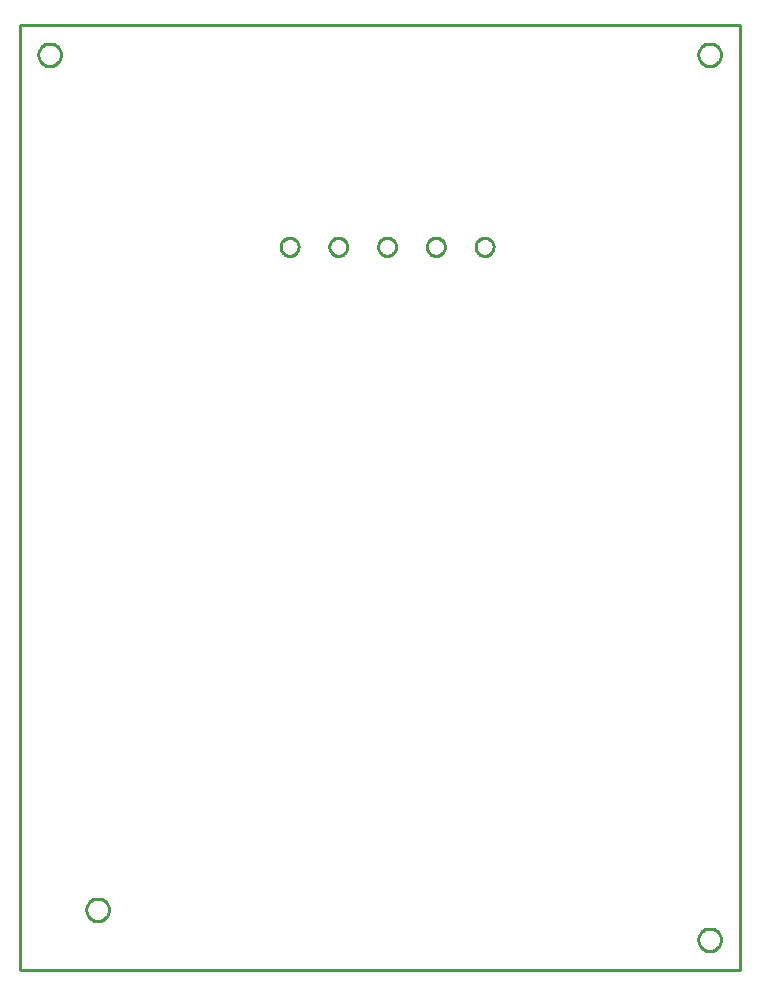
<source format=gbr>
G04 EAGLE Gerber RS-274X export*
G75*
%MOMM*%
%FSLAX34Y34*%
%LPD*%
%IN*%
%IPPOS*%
%AMOC8*
5,1,8,0,0,1.08239X$1,22.5*%
G01*
%ADD10C,0.254000*%


D10*
X38100Y25400D02*
X647700Y25400D01*
X647700Y825500D01*
X38100Y825500D01*
X38100Y25400D01*
X73025Y799684D02*
X72953Y798856D01*
X72808Y798036D01*
X72593Y797233D01*
X72308Y796451D01*
X71957Y795698D01*
X71541Y794977D01*
X71064Y794296D01*
X70529Y793659D01*
X69941Y793071D01*
X69304Y792536D01*
X68623Y792059D01*
X67902Y791643D01*
X67149Y791292D01*
X66367Y791007D01*
X65564Y790792D01*
X64744Y790648D01*
X63916Y790575D01*
X63084Y790575D01*
X62256Y790648D01*
X61436Y790792D01*
X60633Y791007D01*
X59851Y791292D01*
X59098Y791643D01*
X58377Y792059D01*
X57696Y792536D01*
X57059Y793071D01*
X56471Y793659D01*
X55936Y794296D01*
X55459Y794977D01*
X55043Y795698D01*
X54692Y796451D01*
X54407Y797233D01*
X54192Y798036D01*
X54048Y798856D01*
X53975Y799684D01*
X53975Y800516D01*
X54048Y801344D01*
X54192Y802164D01*
X54407Y802967D01*
X54692Y803749D01*
X55043Y804502D01*
X55459Y805223D01*
X55936Y805904D01*
X56471Y806541D01*
X57059Y807129D01*
X57696Y807664D01*
X58377Y808141D01*
X59098Y808557D01*
X59851Y808908D01*
X60633Y809193D01*
X61436Y809408D01*
X62256Y809553D01*
X63084Y809625D01*
X63916Y809625D01*
X64744Y809553D01*
X65564Y809408D01*
X66367Y809193D01*
X67149Y808908D01*
X67902Y808557D01*
X68623Y808141D01*
X69304Y807664D01*
X69941Y807129D01*
X70529Y806541D01*
X71064Y805904D01*
X71541Y805223D01*
X71957Y804502D01*
X72308Y803749D01*
X72593Y802967D01*
X72808Y802164D01*
X72953Y801344D01*
X73025Y800516D01*
X73025Y799684D01*
X631825Y799684D02*
X631753Y798856D01*
X631608Y798036D01*
X631393Y797233D01*
X631108Y796451D01*
X630757Y795698D01*
X630341Y794977D01*
X629864Y794296D01*
X629329Y793659D01*
X628741Y793071D01*
X628104Y792536D01*
X627423Y792059D01*
X626702Y791643D01*
X625949Y791292D01*
X625167Y791007D01*
X624364Y790792D01*
X623544Y790648D01*
X622716Y790575D01*
X621884Y790575D01*
X621056Y790648D01*
X620236Y790792D01*
X619433Y791007D01*
X618651Y791292D01*
X617898Y791643D01*
X617177Y792059D01*
X616496Y792536D01*
X615859Y793071D01*
X615271Y793659D01*
X614736Y794296D01*
X614259Y794977D01*
X613843Y795698D01*
X613492Y796451D01*
X613207Y797233D01*
X612992Y798036D01*
X612848Y798856D01*
X612775Y799684D01*
X612775Y800516D01*
X612848Y801344D01*
X612992Y802164D01*
X613207Y802967D01*
X613492Y803749D01*
X613843Y804502D01*
X614259Y805223D01*
X614736Y805904D01*
X615271Y806541D01*
X615859Y807129D01*
X616496Y807664D01*
X617177Y808141D01*
X617898Y808557D01*
X618651Y808908D01*
X619433Y809193D01*
X620236Y809408D01*
X621056Y809553D01*
X621884Y809625D01*
X622716Y809625D01*
X623544Y809553D01*
X624364Y809408D01*
X625167Y809193D01*
X625949Y808908D01*
X626702Y808557D01*
X627423Y808141D01*
X628104Y807664D01*
X628741Y807129D01*
X629329Y806541D01*
X629864Y805904D01*
X630341Y805223D01*
X630757Y804502D01*
X631108Y803749D01*
X631393Y802967D01*
X631608Y802164D01*
X631753Y801344D01*
X631825Y800516D01*
X631825Y799684D01*
X113665Y75784D02*
X113593Y74956D01*
X113448Y74136D01*
X113233Y73333D01*
X112948Y72551D01*
X112597Y71798D01*
X112181Y71077D01*
X111704Y70396D01*
X111169Y69759D01*
X110581Y69171D01*
X109944Y68636D01*
X109263Y68159D01*
X108542Y67743D01*
X107789Y67392D01*
X107007Y67107D01*
X106204Y66892D01*
X105384Y66748D01*
X104556Y66675D01*
X103724Y66675D01*
X102896Y66748D01*
X102076Y66892D01*
X101273Y67107D01*
X100491Y67392D01*
X99738Y67743D01*
X99017Y68159D01*
X98336Y68636D01*
X97699Y69171D01*
X97111Y69759D01*
X96576Y70396D01*
X96099Y71077D01*
X95683Y71798D01*
X95332Y72551D01*
X95047Y73333D01*
X94832Y74136D01*
X94688Y74956D01*
X94615Y75784D01*
X94615Y76616D01*
X94688Y77444D01*
X94832Y78264D01*
X95047Y79067D01*
X95332Y79849D01*
X95683Y80602D01*
X96099Y81323D01*
X96576Y82004D01*
X97111Y82641D01*
X97699Y83229D01*
X98336Y83764D01*
X99017Y84241D01*
X99738Y84657D01*
X100491Y85008D01*
X101273Y85293D01*
X102076Y85508D01*
X102896Y85653D01*
X103724Y85725D01*
X104556Y85725D01*
X105384Y85653D01*
X106204Y85508D01*
X107007Y85293D01*
X107789Y85008D01*
X108542Y84657D01*
X109263Y84241D01*
X109944Y83764D01*
X110581Y83229D01*
X111169Y82641D01*
X111704Y82004D01*
X112181Y81323D01*
X112597Y80602D01*
X112948Y79849D01*
X113233Y79067D01*
X113448Y78264D01*
X113593Y77444D01*
X113665Y76616D01*
X113665Y75784D01*
X631825Y50384D02*
X631753Y49556D01*
X631608Y48736D01*
X631393Y47933D01*
X631108Y47151D01*
X630757Y46398D01*
X630341Y45677D01*
X629864Y44996D01*
X629329Y44359D01*
X628741Y43771D01*
X628104Y43236D01*
X627423Y42759D01*
X626702Y42343D01*
X625949Y41992D01*
X625167Y41707D01*
X624364Y41492D01*
X623544Y41348D01*
X622716Y41275D01*
X621884Y41275D01*
X621056Y41348D01*
X620236Y41492D01*
X619433Y41707D01*
X618651Y41992D01*
X617898Y42343D01*
X617177Y42759D01*
X616496Y43236D01*
X615859Y43771D01*
X615271Y44359D01*
X614736Y44996D01*
X614259Y45677D01*
X613843Y46398D01*
X613492Y47151D01*
X613207Y47933D01*
X612992Y48736D01*
X612848Y49556D01*
X612775Y50384D01*
X612775Y51216D01*
X612848Y52044D01*
X612992Y52864D01*
X613207Y53667D01*
X613492Y54449D01*
X613843Y55202D01*
X614259Y55923D01*
X614736Y56604D01*
X615271Y57241D01*
X615859Y57829D01*
X616496Y58364D01*
X617177Y58841D01*
X617898Y59257D01*
X618651Y59608D01*
X619433Y59893D01*
X620236Y60108D01*
X621056Y60253D01*
X621884Y60325D01*
X622716Y60325D01*
X623544Y60253D01*
X624364Y60108D01*
X625167Y59893D01*
X625949Y59608D01*
X626702Y59257D01*
X627423Y58841D01*
X628104Y58364D01*
X628741Y57829D01*
X629329Y57241D01*
X629864Y56604D01*
X630341Y55923D01*
X630757Y55202D01*
X631108Y54449D01*
X631393Y53667D01*
X631608Y52864D01*
X631753Y52044D01*
X631825Y51216D01*
X631825Y50384D01*
X274320Y637166D02*
X274247Y636421D01*
X274101Y635686D01*
X273883Y634970D01*
X273597Y634278D01*
X273244Y633618D01*
X272828Y632995D01*
X272353Y632417D01*
X271823Y631887D01*
X271245Y631412D01*
X270622Y630996D01*
X269962Y630643D01*
X269270Y630357D01*
X268554Y630139D01*
X267819Y629993D01*
X267074Y629920D01*
X266326Y629920D01*
X265581Y629993D01*
X264846Y630139D01*
X264130Y630357D01*
X263438Y630643D01*
X262778Y630996D01*
X262155Y631412D01*
X261577Y631887D01*
X261047Y632417D01*
X260572Y632995D01*
X260156Y633618D01*
X259803Y634278D01*
X259517Y634970D01*
X259299Y635686D01*
X259153Y636421D01*
X259080Y637166D01*
X259080Y637914D01*
X259153Y638659D01*
X259299Y639394D01*
X259517Y640110D01*
X259803Y640802D01*
X260156Y641462D01*
X260572Y642085D01*
X261047Y642663D01*
X261577Y643193D01*
X262155Y643668D01*
X262778Y644084D01*
X263438Y644437D01*
X264130Y644723D01*
X264846Y644941D01*
X265581Y645087D01*
X266326Y645160D01*
X267074Y645160D01*
X267819Y645087D01*
X268554Y644941D01*
X269270Y644723D01*
X269962Y644437D01*
X270622Y644084D01*
X271245Y643668D01*
X271823Y643193D01*
X272353Y642663D01*
X272828Y642085D01*
X273244Y641462D01*
X273597Y640802D01*
X273883Y640110D01*
X274101Y639394D01*
X274247Y638659D01*
X274320Y637914D01*
X274320Y637166D01*
X315595Y637166D02*
X315522Y636421D01*
X315376Y635686D01*
X315158Y634970D01*
X314872Y634278D01*
X314519Y633618D01*
X314103Y632995D01*
X313628Y632417D01*
X313098Y631887D01*
X312520Y631412D01*
X311897Y630996D01*
X311237Y630643D01*
X310545Y630357D01*
X309829Y630139D01*
X309094Y629993D01*
X308349Y629920D01*
X307601Y629920D01*
X306856Y629993D01*
X306121Y630139D01*
X305405Y630357D01*
X304713Y630643D01*
X304053Y630996D01*
X303430Y631412D01*
X302852Y631887D01*
X302322Y632417D01*
X301847Y632995D01*
X301431Y633618D01*
X301078Y634278D01*
X300792Y634970D01*
X300574Y635686D01*
X300428Y636421D01*
X300355Y637166D01*
X300355Y637914D01*
X300428Y638659D01*
X300574Y639394D01*
X300792Y640110D01*
X301078Y640802D01*
X301431Y641462D01*
X301847Y642085D01*
X302322Y642663D01*
X302852Y643193D01*
X303430Y643668D01*
X304053Y644084D01*
X304713Y644437D01*
X305405Y644723D01*
X306121Y644941D01*
X306856Y645087D01*
X307601Y645160D01*
X308349Y645160D01*
X309094Y645087D01*
X309829Y644941D01*
X310545Y644723D01*
X311237Y644437D01*
X311897Y644084D01*
X312520Y643668D01*
X313098Y643193D01*
X313628Y642663D01*
X314103Y642085D01*
X314519Y641462D01*
X314872Y640802D01*
X315158Y640110D01*
X315376Y639394D01*
X315522Y638659D01*
X315595Y637914D01*
X315595Y637166D01*
X356870Y637166D02*
X356797Y636421D01*
X356651Y635686D01*
X356433Y634970D01*
X356147Y634278D01*
X355794Y633618D01*
X355378Y632995D01*
X354903Y632417D01*
X354373Y631887D01*
X353795Y631412D01*
X353172Y630996D01*
X352512Y630643D01*
X351820Y630357D01*
X351104Y630139D01*
X350369Y629993D01*
X349624Y629920D01*
X348876Y629920D01*
X348131Y629993D01*
X347396Y630139D01*
X346680Y630357D01*
X345988Y630643D01*
X345328Y630996D01*
X344705Y631412D01*
X344127Y631887D01*
X343597Y632417D01*
X343122Y632995D01*
X342706Y633618D01*
X342353Y634278D01*
X342067Y634970D01*
X341849Y635686D01*
X341703Y636421D01*
X341630Y637166D01*
X341630Y637914D01*
X341703Y638659D01*
X341849Y639394D01*
X342067Y640110D01*
X342353Y640802D01*
X342706Y641462D01*
X343122Y642085D01*
X343597Y642663D01*
X344127Y643193D01*
X344705Y643668D01*
X345328Y644084D01*
X345988Y644437D01*
X346680Y644723D01*
X347396Y644941D01*
X348131Y645087D01*
X348876Y645160D01*
X349624Y645160D01*
X350369Y645087D01*
X351104Y644941D01*
X351820Y644723D01*
X352512Y644437D01*
X353172Y644084D01*
X353795Y643668D01*
X354373Y643193D01*
X354903Y642663D01*
X355378Y642085D01*
X355794Y641462D01*
X356147Y640802D01*
X356433Y640110D01*
X356651Y639394D01*
X356797Y638659D01*
X356870Y637914D01*
X356870Y637166D01*
X398145Y637166D02*
X398072Y636421D01*
X397926Y635686D01*
X397708Y634970D01*
X397422Y634278D01*
X397069Y633618D01*
X396653Y632995D01*
X396178Y632417D01*
X395648Y631887D01*
X395070Y631412D01*
X394447Y630996D01*
X393787Y630643D01*
X393095Y630357D01*
X392379Y630139D01*
X391644Y629993D01*
X390899Y629920D01*
X390151Y629920D01*
X389406Y629993D01*
X388671Y630139D01*
X387955Y630357D01*
X387263Y630643D01*
X386603Y630996D01*
X385980Y631412D01*
X385402Y631887D01*
X384872Y632417D01*
X384397Y632995D01*
X383981Y633618D01*
X383628Y634278D01*
X383342Y634970D01*
X383124Y635686D01*
X382978Y636421D01*
X382905Y637166D01*
X382905Y637914D01*
X382978Y638659D01*
X383124Y639394D01*
X383342Y640110D01*
X383628Y640802D01*
X383981Y641462D01*
X384397Y642085D01*
X384872Y642663D01*
X385402Y643193D01*
X385980Y643668D01*
X386603Y644084D01*
X387263Y644437D01*
X387955Y644723D01*
X388671Y644941D01*
X389406Y645087D01*
X390151Y645160D01*
X390899Y645160D01*
X391644Y645087D01*
X392379Y644941D01*
X393095Y644723D01*
X393787Y644437D01*
X394447Y644084D01*
X395070Y643668D01*
X395648Y643193D01*
X396178Y642663D01*
X396653Y642085D01*
X397069Y641462D01*
X397422Y640802D01*
X397708Y640110D01*
X397926Y639394D01*
X398072Y638659D01*
X398145Y637914D01*
X398145Y637166D01*
X439420Y637166D02*
X439347Y636421D01*
X439201Y635686D01*
X438983Y634970D01*
X438697Y634278D01*
X438344Y633618D01*
X437928Y632995D01*
X437453Y632417D01*
X436923Y631887D01*
X436345Y631412D01*
X435722Y630996D01*
X435062Y630643D01*
X434370Y630357D01*
X433654Y630139D01*
X432919Y629993D01*
X432174Y629920D01*
X431426Y629920D01*
X430681Y629993D01*
X429946Y630139D01*
X429230Y630357D01*
X428538Y630643D01*
X427878Y630996D01*
X427255Y631412D01*
X426677Y631887D01*
X426147Y632417D01*
X425672Y632995D01*
X425256Y633618D01*
X424903Y634278D01*
X424617Y634970D01*
X424399Y635686D01*
X424253Y636421D01*
X424180Y637166D01*
X424180Y637914D01*
X424253Y638659D01*
X424399Y639394D01*
X424617Y640110D01*
X424903Y640802D01*
X425256Y641462D01*
X425672Y642085D01*
X426147Y642663D01*
X426677Y643193D01*
X427255Y643668D01*
X427878Y644084D01*
X428538Y644437D01*
X429230Y644723D01*
X429946Y644941D01*
X430681Y645087D01*
X431426Y645160D01*
X432174Y645160D01*
X432919Y645087D01*
X433654Y644941D01*
X434370Y644723D01*
X435062Y644437D01*
X435722Y644084D01*
X436345Y643668D01*
X436923Y643193D01*
X437453Y642663D01*
X437928Y642085D01*
X438344Y641462D01*
X438697Y640802D01*
X438983Y640110D01*
X439201Y639394D01*
X439347Y638659D01*
X439420Y637914D01*
X439420Y637166D01*
M02*

</source>
